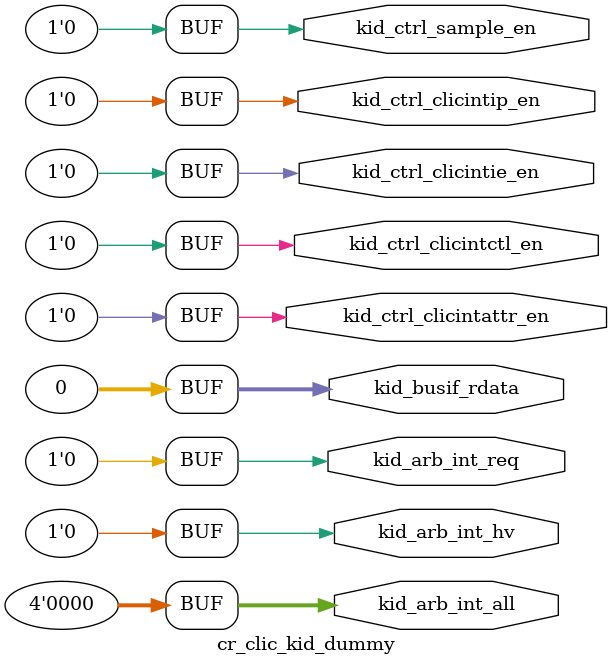
<source format=v>
/*Copyright 2018-2021 T-Head Semiconductor Co., Ltd.

Licensed under the Apache License, Version 2.0 (the "License");
you may not use this file except in compliance with the License.
You may obtain a copy of the License at

    http://www.apache.org/licenses/LICENSE-2.0

Unless required by applicable law or agreed to in writing, software
distributed under the License is distributed on an "AS IS" BASIS,
WITHOUT WARRANTIES OR CONDITIONS OF ANY KIND, either express or implied.
See the License for the specific language governing permissions and
limitations under the License.
*/
module cr_clic_kid_dummy(
  kid_arb_int_all,
  kid_arb_int_hv,
  kid_arb_int_req,
  kid_busif_rdata,
  kid_ctrl_clicintattr_en,
  kid_ctrl_clicintctl_en,
  kid_ctrl_clicintie_en,
  kid_ctrl_clicintip_en,
  kid_ctrl_sample_en
);

// &Ports; @23
output  [3 :0]  kid_arb_int_all;        
output          kid_arb_int_hv;         
output          kid_arb_int_req;        
output  [31:0]  kid_busif_rdata;        
output          kid_ctrl_clicintattr_en; 
output          kid_ctrl_clicintctl_en; 
output          kid_ctrl_clicintie_en;  
output          kid_ctrl_clicintip_en;  
output          kid_ctrl_sample_en;     

// &Regs; @24

// &Wires; @25
wire    [3 :0]  kid_arb_int_all;        
wire            kid_arb_int_hv;         
wire            kid_arb_int_req;        
wire    [31:0]  kid_busif_rdata;        
wire            kid_ctrl_clicintattr_en; 
wire            kid_ctrl_clicintctl_en; 
wire            kid_ctrl_clicintie_en;  
wire            kid_ctrl_clicintip_en;  
wire            kid_ctrl_sample_en;     


parameter CLICINTCTLBITS = 3;

assign kid_arb_int_all[CLICINTCTLBITS:0] = {CLICINTCTLBITS+1{1'b0}};
assign kid_arb_int_hv = 1'b0;
assign kid_arb_int_req = 1'b0;
assign kid_busif_rdata[31:0] = 32'b0;
assign kid_ctrl_clicintattr_en = 1'b0;
assign kid_ctrl_clicintctl_en = 1'b0;
assign kid_ctrl_clicintie_en = 1'b0;
assign kid_ctrl_clicintip_en = 1'b0;
assign kid_ctrl_sample_en = 1'b0;

// &ModuleEnd; @39
endmodule



</source>
